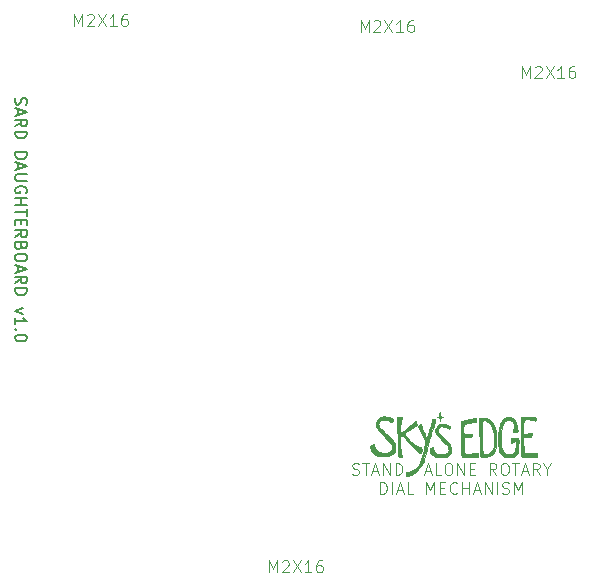
<source format=gbr>
G04 #@! TF.GenerationSoftware,KiCad,Pcbnew,8.0.4+dfsg-1*
G04 #@! TF.CreationDate,2024-08-05T15:21:55-04:00*
G04 #@! TF.ProjectId,Daughterboard,44617567-6874-4657-9262-6f6172642e6b,rev?*
G04 #@! TF.SameCoordinates,Original*
G04 #@! TF.FileFunction,Legend,Top*
G04 #@! TF.FilePolarity,Positive*
%FSLAX46Y46*%
G04 Gerber Fmt 4.6, Leading zero omitted, Abs format (unit mm)*
G04 Created by KiCad (PCBNEW 8.0.4+dfsg-1) date 2024-08-05 15:21:55*
%MOMM*%
%LPD*%
G01*
G04 APERTURE LIST*
%ADD10C,0.120000*%
%ADD11C,0.150000*%
%ADD12C,0.010000*%
G04 APERTURE END LIST*
D10*
X152261905Y-135206379D02*
X152261905Y-134206379D01*
X152261905Y-134206379D02*
X152595238Y-134920664D01*
X152595238Y-134920664D02*
X152928571Y-134206379D01*
X152928571Y-134206379D02*
X152928571Y-135206379D01*
X153357143Y-134301617D02*
X153404762Y-134253998D01*
X153404762Y-134253998D02*
X153500000Y-134206379D01*
X153500000Y-134206379D02*
X153738095Y-134206379D01*
X153738095Y-134206379D02*
X153833333Y-134253998D01*
X153833333Y-134253998D02*
X153880952Y-134301617D01*
X153880952Y-134301617D02*
X153928571Y-134396855D01*
X153928571Y-134396855D02*
X153928571Y-134492093D01*
X153928571Y-134492093D02*
X153880952Y-134634950D01*
X153880952Y-134634950D02*
X153309524Y-135206379D01*
X153309524Y-135206379D02*
X153928571Y-135206379D01*
X154261905Y-134206379D02*
X154928571Y-135206379D01*
X154928571Y-134206379D02*
X154261905Y-135206379D01*
X155833333Y-135206379D02*
X155261905Y-135206379D01*
X155547619Y-135206379D02*
X155547619Y-134206379D01*
X155547619Y-134206379D02*
X155452381Y-134349236D01*
X155452381Y-134349236D02*
X155357143Y-134444474D01*
X155357143Y-134444474D02*
X155261905Y-134492093D01*
X156690476Y-134206379D02*
X156500000Y-134206379D01*
X156500000Y-134206379D02*
X156404762Y-134253998D01*
X156404762Y-134253998D02*
X156357143Y-134301617D01*
X156357143Y-134301617D02*
X156261905Y-134444474D01*
X156261905Y-134444474D02*
X156214286Y-134634950D01*
X156214286Y-134634950D02*
X156214286Y-135015902D01*
X156214286Y-135015902D02*
X156261905Y-135111140D01*
X156261905Y-135111140D02*
X156309524Y-135158760D01*
X156309524Y-135158760D02*
X156404762Y-135206379D01*
X156404762Y-135206379D02*
X156595238Y-135206379D01*
X156595238Y-135206379D02*
X156690476Y-135158760D01*
X156690476Y-135158760D02*
X156738095Y-135111140D01*
X156738095Y-135111140D02*
X156785714Y-135015902D01*
X156785714Y-135015902D02*
X156785714Y-134777807D01*
X156785714Y-134777807D02*
X156738095Y-134682569D01*
X156738095Y-134682569D02*
X156690476Y-134634950D01*
X156690476Y-134634950D02*
X156595238Y-134587331D01*
X156595238Y-134587331D02*
X156404762Y-134587331D01*
X156404762Y-134587331D02*
X156309524Y-134634950D01*
X156309524Y-134634950D02*
X156261905Y-134682569D01*
X156261905Y-134682569D02*
X156214286Y-134777807D01*
X159292856Y-126903788D02*
X159435713Y-126951407D01*
X159435713Y-126951407D02*
X159673808Y-126951407D01*
X159673808Y-126951407D02*
X159769046Y-126903788D01*
X159769046Y-126903788D02*
X159816665Y-126856168D01*
X159816665Y-126856168D02*
X159864284Y-126760930D01*
X159864284Y-126760930D02*
X159864284Y-126665692D01*
X159864284Y-126665692D02*
X159816665Y-126570454D01*
X159816665Y-126570454D02*
X159769046Y-126522835D01*
X159769046Y-126522835D02*
X159673808Y-126475216D01*
X159673808Y-126475216D02*
X159483332Y-126427597D01*
X159483332Y-126427597D02*
X159388094Y-126379978D01*
X159388094Y-126379978D02*
X159340475Y-126332359D01*
X159340475Y-126332359D02*
X159292856Y-126237121D01*
X159292856Y-126237121D02*
X159292856Y-126141883D01*
X159292856Y-126141883D02*
X159340475Y-126046645D01*
X159340475Y-126046645D02*
X159388094Y-125999026D01*
X159388094Y-125999026D02*
X159483332Y-125951407D01*
X159483332Y-125951407D02*
X159721427Y-125951407D01*
X159721427Y-125951407D02*
X159864284Y-125999026D01*
X160149999Y-125951407D02*
X160721427Y-125951407D01*
X160435713Y-126951407D02*
X160435713Y-125951407D01*
X161007142Y-126665692D02*
X161483332Y-126665692D01*
X160911904Y-126951407D02*
X161245237Y-125951407D01*
X161245237Y-125951407D02*
X161578570Y-126951407D01*
X161911904Y-126951407D02*
X161911904Y-125951407D01*
X161911904Y-125951407D02*
X162483332Y-126951407D01*
X162483332Y-126951407D02*
X162483332Y-125951407D01*
X162959523Y-126951407D02*
X162959523Y-125951407D01*
X162959523Y-125951407D02*
X163197618Y-125951407D01*
X163197618Y-125951407D02*
X163340475Y-125999026D01*
X163340475Y-125999026D02*
X163435713Y-126094264D01*
X163435713Y-126094264D02*
X163483332Y-126189502D01*
X163483332Y-126189502D02*
X163530951Y-126379978D01*
X163530951Y-126379978D02*
X163530951Y-126522835D01*
X163530951Y-126522835D02*
X163483332Y-126713311D01*
X163483332Y-126713311D02*
X163435713Y-126808549D01*
X163435713Y-126808549D02*
X163340475Y-126903788D01*
X163340475Y-126903788D02*
X163197618Y-126951407D01*
X163197618Y-126951407D02*
X162959523Y-126951407D01*
X165435714Y-126665692D02*
X165911904Y-126665692D01*
X165340476Y-126951407D02*
X165673809Y-125951407D01*
X165673809Y-125951407D02*
X166007142Y-126951407D01*
X166816666Y-126951407D02*
X166340476Y-126951407D01*
X166340476Y-126951407D02*
X166340476Y-125951407D01*
X167340476Y-125951407D02*
X167530952Y-125951407D01*
X167530952Y-125951407D02*
X167626190Y-125999026D01*
X167626190Y-125999026D02*
X167721428Y-126094264D01*
X167721428Y-126094264D02*
X167769047Y-126284740D01*
X167769047Y-126284740D02*
X167769047Y-126618073D01*
X167769047Y-126618073D02*
X167721428Y-126808549D01*
X167721428Y-126808549D02*
X167626190Y-126903788D01*
X167626190Y-126903788D02*
X167530952Y-126951407D01*
X167530952Y-126951407D02*
X167340476Y-126951407D01*
X167340476Y-126951407D02*
X167245238Y-126903788D01*
X167245238Y-126903788D02*
X167150000Y-126808549D01*
X167150000Y-126808549D02*
X167102381Y-126618073D01*
X167102381Y-126618073D02*
X167102381Y-126284740D01*
X167102381Y-126284740D02*
X167150000Y-126094264D01*
X167150000Y-126094264D02*
X167245238Y-125999026D01*
X167245238Y-125999026D02*
X167340476Y-125951407D01*
X168197619Y-126951407D02*
X168197619Y-125951407D01*
X168197619Y-125951407D02*
X168769047Y-126951407D01*
X168769047Y-126951407D02*
X168769047Y-125951407D01*
X169245238Y-126427597D02*
X169578571Y-126427597D01*
X169721428Y-126951407D02*
X169245238Y-126951407D01*
X169245238Y-126951407D02*
X169245238Y-125951407D01*
X169245238Y-125951407D02*
X169721428Y-125951407D01*
X171483333Y-126951407D02*
X171150000Y-126475216D01*
X170911905Y-126951407D02*
X170911905Y-125951407D01*
X170911905Y-125951407D02*
X171292857Y-125951407D01*
X171292857Y-125951407D02*
X171388095Y-125999026D01*
X171388095Y-125999026D02*
X171435714Y-126046645D01*
X171435714Y-126046645D02*
X171483333Y-126141883D01*
X171483333Y-126141883D02*
X171483333Y-126284740D01*
X171483333Y-126284740D02*
X171435714Y-126379978D01*
X171435714Y-126379978D02*
X171388095Y-126427597D01*
X171388095Y-126427597D02*
X171292857Y-126475216D01*
X171292857Y-126475216D02*
X170911905Y-126475216D01*
X172102381Y-125951407D02*
X172292857Y-125951407D01*
X172292857Y-125951407D02*
X172388095Y-125999026D01*
X172388095Y-125999026D02*
X172483333Y-126094264D01*
X172483333Y-126094264D02*
X172530952Y-126284740D01*
X172530952Y-126284740D02*
X172530952Y-126618073D01*
X172530952Y-126618073D02*
X172483333Y-126808549D01*
X172483333Y-126808549D02*
X172388095Y-126903788D01*
X172388095Y-126903788D02*
X172292857Y-126951407D01*
X172292857Y-126951407D02*
X172102381Y-126951407D01*
X172102381Y-126951407D02*
X172007143Y-126903788D01*
X172007143Y-126903788D02*
X171911905Y-126808549D01*
X171911905Y-126808549D02*
X171864286Y-126618073D01*
X171864286Y-126618073D02*
X171864286Y-126284740D01*
X171864286Y-126284740D02*
X171911905Y-126094264D01*
X171911905Y-126094264D02*
X172007143Y-125999026D01*
X172007143Y-125999026D02*
X172102381Y-125951407D01*
X172816667Y-125951407D02*
X173388095Y-125951407D01*
X173102381Y-126951407D02*
X173102381Y-125951407D01*
X173673810Y-126665692D02*
X174150000Y-126665692D01*
X173578572Y-126951407D02*
X173911905Y-125951407D01*
X173911905Y-125951407D02*
X174245238Y-126951407D01*
X175150000Y-126951407D02*
X174816667Y-126475216D01*
X174578572Y-126951407D02*
X174578572Y-125951407D01*
X174578572Y-125951407D02*
X174959524Y-125951407D01*
X174959524Y-125951407D02*
X175054762Y-125999026D01*
X175054762Y-125999026D02*
X175102381Y-126046645D01*
X175102381Y-126046645D02*
X175150000Y-126141883D01*
X175150000Y-126141883D02*
X175150000Y-126284740D01*
X175150000Y-126284740D02*
X175102381Y-126379978D01*
X175102381Y-126379978D02*
X175054762Y-126427597D01*
X175054762Y-126427597D02*
X174959524Y-126475216D01*
X174959524Y-126475216D02*
X174578572Y-126475216D01*
X175769048Y-126475216D02*
X175769048Y-126951407D01*
X175435715Y-125951407D02*
X175769048Y-126475216D01*
X175769048Y-126475216D02*
X176102381Y-125951407D01*
X161650000Y-128561351D02*
X161650000Y-127561351D01*
X161650000Y-127561351D02*
X161888095Y-127561351D01*
X161888095Y-127561351D02*
X162030952Y-127608970D01*
X162030952Y-127608970D02*
X162126190Y-127704208D01*
X162126190Y-127704208D02*
X162173809Y-127799446D01*
X162173809Y-127799446D02*
X162221428Y-127989922D01*
X162221428Y-127989922D02*
X162221428Y-128132779D01*
X162221428Y-128132779D02*
X162173809Y-128323255D01*
X162173809Y-128323255D02*
X162126190Y-128418493D01*
X162126190Y-128418493D02*
X162030952Y-128513732D01*
X162030952Y-128513732D02*
X161888095Y-128561351D01*
X161888095Y-128561351D02*
X161650000Y-128561351D01*
X162650000Y-128561351D02*
X162650000Y-127561351D01*
X163078571Y-128275636D02*
X163554761Y-128275636D01*
X162983333Y-128561351D02*
X163316666Y-127561351D01*
X163316666Y-127561351D02*
X163649999Y-128561351D01*
X164459523Y-128561351D02*
X163983333Y-128561351D01*
X163983333Y-128561351D02*
X163983333Y-127561351D01*
X165554762Y-128561351D02*
X165554762Y-127561351D01*
X165554762Y-127561351D02*
X165888095Y-128275636D01*
X165888095Y-128275636D02*
X166221428Y-127561351D01*
X166221428Y-127561351D02*
X166221428Y-128561351D01*
X166697619Y-128037541D02*
X167030952Y-128037541D01*
X167173809Y-128561351D02*
X166697619Y-128561351D01*
X166697619Y-128561351D02*
X166697619Y-127561351D01*
X166697619Y-127561351D02*
X167173809Y-127561351D01*
X168173809Y-128466112D02*
X168126190Y-128513732D01*
X168126190Y-128513732D02*
X167983333Y-128561351D01*
X167983333Y-128561351D02*
X167888095Y-128561351D01*
X167888095Y-128561351D02*
X167745238Y-128513732D01*
X167745238Y-128513732D02*
X167650000Y-128418493D01*
X167650000Y-128418493D02*
X167602381Y-128323255D01*
X167602381Y-128323255D02*
X167554762Y-128132779D01*
X167554762Y-128132779D02*
X167554762Y-127989922D01*
X167554762Y-127989922D02*
X167602381Y-127799446D01*
X167602381Y-127799446D02*
X167650000Y-127704208D01*
X167650000Y-127704208D02*
X167745238Y-127608970D01*
X167745238Y-127608970D02*
X167888095Y-127561351D01*
X167888095Y-127561351D02*
X167983333Y-127561351D01*
X167983333Y-127561351D02*
X168126190Y-127608970D01*
X168126190Y-127608970D02*
X168173809Y-127656589D01*
X168602381Y-128561351D02*
X168602381Y-127561351D01*
X168602381Y-128037541D02*
X169173809Y-128037541D01*
X169173809Y-128561351D02*
X169173809Y-127561351D01*
X169602381Y-128275636D02*
X170078571Y-128275636D01*
X169507143Y-128561351D02*
X169840476Y-127561351D01*
X169840476Y-127561351D02*
X170173809Y-128561351D01*
X170507143Y-128561351D02*
X170507143Y-127561351D01*
X170507143Y-127561351D02*
X171078571Y-128561351D01*
X171078571Y-128561351D02*
X171078571Y-127561351D01*
X171554762Y-128561351D02*
X171554762Y-127561351D01*
X171983333Y-128513732D02*
X172126190Y-128561351D01*
X172126190Y-128561351D02*
X172364285Y-128561351D01*
X172364285Y-128561351D02*
X172459523Y-128513732D01*
X172459523Y-128513732D02*
X172507142Y-128466112D01*
X172507142Y-128466112D02*
X172554761Y-128370874D01*
X172554761Y-128370874D02*
X172554761Y-128275636D01*
X172554761Y-128275636D02*
X172507142Y-128180398D01*
X172507142Y-128180398D02*
X172459523Y-128132779D01*
X172459523Y-128132779D02*
X172364285Y-128085160D01*
X172364285Y-128085160D02*
X172173809Y-128037541D01*
X172173809Y-128037541D02*
X172078571Y-127989922D01*
X172078571Y-127989922D02*
X172030952Y-127942303D01*
X172030952Y-127942303D02*
X171983333Y-127847065D01*
X171983333Y-127847065D02*
X171983333Y-127751827D01*
X171983333Y-127751827D02*
X172030952Y-127656589D01*
X172030952Y-127656589D02*
X172078571Y-127608970D01*
X172078571Y-127608970D02*
X172173809Y-127561351D01*
X172173809Y-127561351D02*
X172411904Y-127561351D01*
X172411904Y-127561351D02*
X172554761Y-127608970D01*
X172983333Y-128561351D02*
X172983333Y-127561351D01*
X172983333Y-127561351D02*
X173316666Y-128275636D01*
X173316666Y-128275636D02*
X173649999Y-127561351D01*
X173649999Y-127561351D02*
X173649999Y-128561351D01*
D11*
X130777800Y-95029160D02*
X130730180Y-95172017D01*
X130730180Y-95172017D02*
X130730180Y-95410112D01*
X130730180Y-95410112D02*
X130777800Y-95505350D01*
X130777800Y-95505350D02*
X130825419Y-95552969D01*
X130825419Y-95552969D02*
X130920657Y-95600588D01*
X130920657Y-95600588D02*
X131015895Y-95600588D01*
X131015895Y-95600588D02*
X131111133Y-95552969D01*
X131111133Y-95552969D02*
X131158752Y-95505350D01*
X131158752Y-95505350D02*
X131206371Y-95410112D01*
X131206371Y-95410112D02*
X131253990Y-95219636D01*
X131253990Y-95219636D02*
X131301609Y-95124398D01*
X131301609Y-95124398D02*
X131349228Y-95076779D01*
X131349228Y-95076779D02*
X131444466Y-95029160D01*
X131444466Y-95029160D02*
X131539704Y-95029160D01*
X131539704Y-95029160D02*
X131634942Y-95076779D01*
X131634942Y-95076779D02*
X131682561Y-95124398D01*
X131682561Y-95124398D02*
X131730180Y-95219636D01*
X131730180Y-95219636D02*
X131730180Y-95457731D01*
X131730180Y-95457731D02*
X131682561Y-95600588D01*
X131015895Y-95981541D02*
X131015895Y-96457731D01*
X130730180Y-95886303D02*
X131730180Y-96219636D01*
X131730180Y-96219636D02*
X130730180Y-96552969D01*
X130730180Y-97457731D02*
X131206371Y-97124398D01*
X130730180Y-96886303D02*
X131730180Y-96886303D01*
X131730180Y-96886303D02*
X131730180Y-97267255D01*
X131730180Y-97267255D02*
X131682561Y-97362493D01*
X131682561Y-97362493D02*
X131634942Y-97410112D01*
X131634942Y-97410112D02*
X131539704Y-97457731D01*
X131539704Y-97457731D02*
X131396847Y-97457731D01*
X131396847Y-97457731D02*
X131301609Y-97410112D01*
X131301609Y-97410112D02*
X131253990Y-97362493D01*
X131253990Y-97362493D02*
X131206371Y-97267255D01*
X131206371Y-97267255D02*
X131206371Y-96886303D01*
X130730180Y-97886303D02*
X131730180Y-97886303D01*
X131730180Y-97886303D02*
X131730180Y-98124398D01*
X131730180Y-98124398D02*
X131682561Y-98267255D01*
X131682561Y-98267255D02*
X131587323Y-98362493D01*
X131587323Y-98362493D02*
X131492085Y-98410112D01*
X131492085Y-98410112D02*
X131301609Y-98457731D01*
X131301609Y-98457731D02*
X131158752Y-98457731D01*
X131158752Y-98457731D02*
X130968276Y-98410112D01*
X130968276Y-98410112D02*
X130873038Y-98362493D01*
X130873038Y-98362493D02*
X130777800Y-98267255D01*
X130777800Y-98267255D02*
X130730180Y-98124398D01*
X130730180Y-98124398D02*
X130730180Y-97886303D01*
X130730180Y-99648208D02*
X131730180Y-99648208D01*
X131730180Y-99648208D02*
X131730180Y-99886303D01*
X131730180Y-99886303D02*
X131682561Y-100029160D01*
X131682561Y-100029160D02*
X131587323Y-100124398D01*
X131587323Y-100124398D02*
X131492085Y-100172017D01*
X131492085Y-100172017D02*
X131301609Y-100219636D01*
X131301609Y-100219636D02*
X131158752Y-100219636D01*
X131158752Y-100219636D02*
X130968276Y-100172017D01*
X130968276Y-100172017D02*
X130873038Y-100124398D01*
X130873038Y-100124398D02*
X130777800Y-100029160D01*
X130777800Y-100029160D02*
X130730180Y-99886303D01*
X130730180Y-99886303D02*
X130730180Y-99648208D01*
X131015895Y-100600589D02*
X131015895Y-101076779D01*
X130730180Y-100505351D02*
X131730180Y-100838684D01*
X131730180Y-100838684D02*
X130730180Y-101172017D01*
X131730180Y-101505351D02*
X130920657Y-101505351D01*
X130920657Y-101505351D02*
X130825419Y-101552970D01*
X130825419Y-101552970D02*
X130777800Y-101600589D01*
X130777800Y-101600589D02*
X130730180Y-101695827D01*
X130730180Y-101695827D02*
X130730180Y-101886303D01*
X130730180Y-101886303D02*
X130777800Y-101981541D01*
X130777800Y-101981541D02*
X130825419Y-102029160D01*
X130825419Y-102029160D02*
X130920657Y-102076779D01*
X130920657Y-102076779D02*
X131730180Y-102076779D01*
X131682561Y-103076779D02*
X131730180Y-102981541D01*
X131730180Y-102981541D02*
X131730180Y-102838684D01*
X131730180Y-102838684D02*
X131682561Y-102695827D01*
X131682561Y-102695827D02*
X131587323Y-102600589D01*
X131587323Y-102600589D02*
X131492085Y-102552970D01*
X131492085Y-102552970D02*
X131301609Y-102505351D01*
X131301609Y-102505351D02*
X131158752Y-102505351D01*
X131158752Y-102505351D02*
X130968276Y-102552970D01*
X130968276Y-102552970D02*
X130873038Y-102600589D01*
X130873038Y-102600589D02*
X130777800Y-102695827D01*
X130777800Y-102695827D02*
X130730180Y-102838684D01*
X130730180Y-102838684D02*
X130730180Y-102933922D01*
X130730180Y-102933922D02*
X130777800Y-103076779D01*
X130777800Y-103076779D02*
X130825419Y-103124398D01*
X130825419Y-103124398D02*
X131158752Y-103124398D01*
X131158752Y-103124398D02*
X131158752Y-102933922D01*
X130730180Y-103552970D02*
X131730180Y-103552970D01*
X131253990Y-103552970D02*
X131253990Y-104124398D01*
X130730180Y-104124398D02*
X131730180Y-104124398D01*
X131730180Y-104457732D02*
X131730180Y-105029160D01*
X130730180Y-104743446D02*
X131730180Y-104743446D01*
X131253990Y-105362494D02*
X131253990Y-105695827D01*
X130730180Y-105838684D02*
X130730180Y-105362494D01*
X130730180Y-105362494D02*
X131730180Y-105362494D01*
X131730180Y-105362494D02*
X131730180Y-105838684D01*
X130730180Y-106838684D02*
X131206371Y-106505351D01*
X130730180Y-106267256D02*
X131730180Y-106267256D01*
X131730180Y-106267256D02*
X131730180Y-106648208D01*
X131730180Y-106648208D02*
X131682561Y-106743446D01*
X131682561Y-106743446D02*
X131634942Y-106791065D01*
X131634942Y-106791065D02*
X131539704Y-106838684D01*
X131539704Y-106838684D02*
X131396847Y-106838684D01*
X131396847Y-106838684D02*
X131301609Y-106791065D01*
X131301609Y-106791065D02*
X131253990Y-106743446D01*
X131253990Y-106743446D02*
X131206371Y-106648208D01*
X131206371Y-106648208D02*
X131206371Y-106267256D01*
X131253990Y-107600589D02*
X131206371Y-107743446D01*
X131206371Y-107743446D02*
X131158752Y-107791065D01*
X131158752Y-107791065D02*
X131063514Y-107838684D01*
X131063514Y-107838684D02*
X130920657Y-107838684D01*
X130920657Y-107838684D02*
X130825419Y-107791065D01*
X130825419Y-107791065D02*
X130777800Y-107743446D01*
X130777800Y-107743446D02*
X130730180Y-107648208D01*
X130730180Y-107648208D02*
X130730180Y-107267256D01*
X130730180Y-107267256D02*
X131730180Y-107267256D01*
X131730180Y-107267256D02*
X131730180Y-107600589D01*
X131730180Y-107600589D02*
X131682561Y-107695827D01*
X131682561Y-107695827D02*
X131634942Y-107743446D01*
X131634942Y-107743446D02*
X131539704Y-107791065D01*
X131539704Y-107791065D02*
X131444466Y-107791065D01*
X131444466Y-107791065D02*
X131349228Y-107743446D01*
X131349228Y-107743446D02*
X131301609Y-107695827D01*
X131301609Y-107695827D02*
X131253990Y-107600589D01*
X131253990Y-107600589D02*
X131253990Y-107267256D01*
X131730180Y-108457732D02*
X131730180Y-108648208D01*
X131730180Y-108648208D02*
X131682561Y-108743446D01*
X131682561Y-108743446D02*
X131587323Y-108838684D01*
X131587323Y-108838684D02*
X131396847Y-108886303D01*
X131396847Y-108886303D02*
X131063514Y-108886303D01*
X131063514Y-108886303D02*
X130873038Y-108838684D01*
X130873038Y-108838684D02*
X130777800Y-108743446D01*
X130777800Y-108743446D02*
X130730180Y-108648208D01*
X130730180Y-108648208D02*
X130730180Y-108457732D01*
X130730180Y-108457732D02*
X130777800Y-108362494D01*
X130777800Y-108362494D02*
X130873038Y-108267256D01*
X130873038Y-108267256D02*
X131063514Y-108219637D01*
X131063514Y-108219637D02*
X131396847Y-108219637D01*
X131396847Y-108219637D02*
X131587323Y-108267256D01*
X131587323Y-108267256D02*
X131682561Y-108362494D01*
X131682561Y-108362494D02*
X131730180Y-108457732D01*
X131015895Y-109267256D02*
X131015895Y-109743446D01*
X130730180Y-109172018D02*
X131730180Y-109505351D01*
X131730180Y-109505351D02*
X130730180Y-109838684D01*
X130730180Y-110743446D02*
X131206371Y-110410113D01*
X130730180Y-110172018D02*
X131730180Y-110172018D01*
X131730180Y-110172018D02*
X131730180Y-110552970D01*
X131730180Y-110552970D02*
X131682561Y-110648208D01*
X131682561Y-110648208D02*
X131634942Y-110695827D01*
X131634942Y-110695827D02*
X131539704Y-110743446D01*
X131539704Y-110743446D02*
X131396847Y-110743446D01*
X131396847Y-110743446D02*
X131301609Y-110695827D01*
X131301609Y-110695827D02*
X131253990Y-110648208D01*
X131253990Y-110648208D02*
X131206371Y-110552970D01*
X131206371Y-110552970D02*
X131206371Y-110172018D01*
X130730180Y-111172018D02*
X131730180Y-111172018D01*
X131730180Y-111172018D02*
X131730180Y-111410113D01*
X131730180Y-111410113D02*
X131682561Y-111552970D01*
X131682561Y-111552970D02*
X131587323Y-111648208D01*
X131587323Y-111648208D02*
X131492085Y-111695827D01*
X131492085Y-111695827D02*
X131301609Y-111743446D01*
X131301609Y-111743446D02*
X131158752Y-111743446D01*
X131158752Y-111743446D02*
X130968276Y-111695827D01*
X130968276Y-111695827D02*
X130873038Y-111648208D01*
X130873038Y-111648208D02*
X130777800Y-111552970D01*
X130777800Y-111552970D02*
X130730180Y-111410113D01*
X130730180Y-111410113D02*
X130730180Y-111172018D01*
X131396847Y-112838685D02*
X130730180Y-113076780D01*
X130730180Y-113076780D02*
X131396847Y-113314875D01*
X130730180Y-114219637D02*
X130730180Y-113648209D01*
X130730180Y-113933923D02*
X131730180Y-113933923D01*
X131730180Y-113933923D02*
X131587323Y-113838685D01*
X131587323Y-113838685D02*
X131492085Y-113743447D01*
X131492085Y-113743447D02*
X131444466Y-113648209D01*
X130825419Y-114648209D02*
X130777800Y-114695828D01*
X130777800Y-114695828D02*
X130730180Y-114648209D01*
X130730180Y-114648209D02*
X130777800Y-114600590D01*
X130777800Y-114600590D02*
X130825419Y-114648209D01*
X130825419Y-114648209D02*
X130730180Y-114648209D01*
X131730180Y-115314875D02*
X131730180Y-115410113D01*
X131730180Y-115410113D02*
X131682561Y-115505351D01*
X131682561Y-115505351D02*
X131634942Y-115552970D01*
X131634942Y-115552970D02*
X131539704Y-115600589D01*
X131539704Y-115600589D02*
X131349228Y-115648208D01*
X131349228Y-115648208D02*
X131111133Y-115648208D01*
X131111133Y-115648208D02*
X130920657Y-115600589D01*
X130920657Y-115600589D02*
X130825419Y-115552970D01*
X130825419Y-115552970D02*
X130777800Y-115505351D01*
X130777800Y-115505351D02*
X130730180Y-115410113D01*
X130730180Y-115410113D02*
X130730180Y-115314875D01*
X130730180Y-115314875D02*
X130777800Y-115219637D01*
X130777800Y-115219637D02*
X130825419Y-115172018D01*
X130825419Y-115172018D02*
X130920657Y-115124399D01*
X130920657Y-115124399D02*
X131111133Y-115076780D01*
X131111133Y-115076780D02*
X131349228Y-115076780D01*
X131349228Y-115076780D02*
X131539704Y-115124399D01*
X131539704Y-115124399D02*
X131634942Y-115172018D01*
X131634942Y-115172018D02*
X131682561Y-115219637D01*
X131682561Y-115219637D02*
X131730180Y-115314875D01*
D10*
X135761905Y-88956379D02*
X135761905Y-87956379D01*
X135761905Y-87956379D02*
X136095238Y-88670664D01*
X136095238Y-88670664D02*
X136428571Y-87956379D01*
X136428571Y-87956379D02*
X136428571Y-88956379D01*
X136857143Y-88051617D02*
X136904762Y-88003998D01*
X136904762Y-88003998D02*
X137000000Y-87956379D01*
X137000000Y-87956379D02*
X137238095Y-87956379D01*
X137238095Y-87956379D02*
X137333333Y-88003998D01*
X137333333Y-88003998D02*
X137380952Y-88051617D01*
X137380952Y-88051617D02*
X137428571Y-88146855D01*
X137428571Y-88146855D02*
X137428571Y-88242093D01*
X137428571Y-88242093D02*
X137380952Y-88384950D01*
X137380952Y-88384950D02*
X136809524Y-88956379D01*
X136809524Y-88956379D02*
X137428571Y-88956379D01*
X137761905Y-87956379D02*
X138428571Y-88956379D01*
X138428571Y-87956379D02*
X137761905Y-88956379D01*
X139333333Y-88956379D02*
X138761905Y-88956379D01*
X139047619Y-88956379D02*
X139047619Y-87956379D01*
X139047619Y-87956379D02*
X138952381Y-88099236D01*
X138952381Y-88099236D02*
X138857143Y-88194474D01*
X138857143Y-88194474D02*
X138761905Y-88242093D01*
X140190476Y-87956379D02*
X140000000Y-87956379D01*
X140000000Y-87956379D02*
X139904762Y-88003998D01*
X139904762Y-88003998D02*
X139857143Y-88051617D01*
X139857143Y-88051617D02*
X139761905Y-88194474D01*
X139761905Y-88194474D02*
X139714286Y-88384950D01*
X139714286Y-88384950D02*
X139714286Y-88765902D01*
X139714286Y-88765902D02*
X139761905Y-88861140D01*
X139761905Y-88861140D02*
X139809524Y-88908760D01*
X139809524Y-88908760D02*
X139904762Y-88956379D01*
X139904762Y-88956379D02*
X140095238Y-88956379D01*
X140095238Y-88956379D02*
X140190476Y-88908760D01*
X140190476Y-88908760D02*
X140238095Y-88861140D01*
X140238095Y-88861140D02*
X140285714Y-88765902D01*
X140285714Y-88765902D02*
X140285714Y-88527807D01*
X140285714Y-88527807D02*
X140238095Y-88432569D01*
X140238095Y-88432569D02*
X140190476Y-88384950D01*
X140190476Y-88384950D02*
X140095238Y-88337331D01*
X140095238Y-88337331D02*
X139904762Y-88337331D01*
X139904762Y-88337331D02*
X139809524Y-88384950D01*
X139809524Y-88384950D02*
X139761905Y-88432569D01*
X139761905Y-88432569D02*
X139714286Y-88527807D01*
X173661905Y-93356379D02*
X173661905Y-92356379D01*
X173661905Y-92356379D02*
X173995238Y-93070664D01*
X173995238Y-93070664D02*
X174328571Y-92356379D01*
X174328571Y-92356379D02*
X174328571Y-93356379D01*
X174757143Y-92451617D02*
X174804762Y-92403998D01*
X174804762Y-92403998D02*
X174900000Y-92356379D01*
X174900000Y-92356379D02*
X175138095Y-92356379D01*
X175138095Y-92356379D02*
X175233333Y-92403998D01*
X175233333Y-92403998D02*
X175280952Y-92451617D01*
X175280952Y-92451617D02*
X175328571Y-92546855D01*
X175328571Y-92546855D02*
X175328571Y-92642093D01*
X175328571Y-92642093D02*
X175280952Y-92784950D01*
X175280952Y-92784950D02*
X174709524Y-93356379D01*
X174709524Y-93356379D02*
X175328571Y-93356379D01*
X175661905Y-92356379D02*
X176328571Y-93356379D01*
X176328571Y-92356379D02*
X175661905Y-93356379D01*
X177233333Y-93356379D02*
X176661905Y-93356379D01*
X176947619Y-93356379D02*
X176947619Y-92356379D01*
X176947619Y-92356379D02*
X176852381Y-92499236D01*
X176852381Y-92499236D02*
X176757143Y-92594474D01*
X176757143Y-92594474D02*
X176661905Y-92642093D01*
X178090476Y-92356379D02*
X177900000Y-92356379D01*
X177900000Y-92356379D02*
X177804762Y-92403998D01*
X177804762Y-92403998D02*
X177757143Y-92451617D01*
X177757143Y-92451617D02*
X177661905Y-92594474D01*
X177661905Y-92594474D02*
X177614286Y-92784950D01*
X177614286Y-92784950D02*
X177614286Y-93165902D01*
X177614286Y-93165902D02*
X177661905Y-93261140D01*
X177661905Y-93261140D02*
X177709524Y-93308760D01*
X177709524Y-93308760D02*
X177804762Y-93356379D01*
X177804762Y-93356379D02*
X177995238Y-93356379D01*
X177995238Y-93356379D02*
X178090476Y-93308760D01*
X178090476Y-93308760D02*
X178138095Y-93261140D01*
X178138095Y-93261140D02*
X178185714Y-93165902D01*
X178185714Y-93165902D02*
X178185714Y-92927807D01*
X178185714Y-92927807D02*
X178138095Y-92832569D01*
X178138095Y-92832569D02*
X178090476Y-92784950D01*
X178090476Y-92784950D02*
X177995238Y-92737331D01*
X177995238Y-92737331D02*
X177804762Y-92737331D01*
X177804762Y-92737331D02*
X177709524Y-92784950D01*
X177709524Y-92784950D02*
X177661905Y-92832569D01*
X177661905Y-92832569D02*
X177614286Y-92927807D01*
X160011905Y-89456379D02*
X160011905Y-88456379D01*
X160011905Y-88456379D02*
X160345238Y-89170664D01*
X160345238Y-89170664D02*
X160678571Y-88456379D01*
X160678571Y-88456379D02*
X160678571Y-89456379D01*
X161107143Y-88551617D02*
X161154762Y-88503998D01*
X161154762Y-88503998D02*
X161250000Y-88456379D01*
X161250000Y-88456379D02*
X161488095Y-88456379D01*
X161488095Y-88456379D02*
X161583333Y-88503998D01*
X161583333Y-88503998D02*
X161630952Y-88551617D01*
X161630952Y-88551617D02*
X161678571Y-88646855D01*
X161678571Y-88646855D02*
X161678571Y-88742093D01*
X161678571Y-88742093D02*
X161630952Y-88884950D01*
X161630952Y-88884950D02*
X161059524Y-89456379D01*
X161059524Y-89456379D02*
X161678571Y-89456379D01*
X162011905Y-88456379D02*
X162678571Y-89456379D01*
X162678571Y-88456379D02*
X162011905Y-89456379D01*
X163583333Y-89456379D02*
X163011905Y-89456379D01*
X163297619Y-89456379D02*
X163297619Y-88456379D01*
X163297619Y-88456379D02*
X163202381Y-88599236D01*
X163202381Y-88599236D02*
X163107143Y-88694474D01*
X163107143Y-88694474D02*
X163011905Y-88742093D01*
X164440476Y-88456379D02*
X164250000Y-88456379D01*
X164250000Y-88456379D02*
X164154762Y-88503998D01*
X164154762Y-88503998D02*
X164107143Y-88551617D01*
X164107143Y-88551617D02*
X164011905Y-88694474D01*
X164011905Y-88694474D02*
X163964286Y-88884950D01*
X163964286Y-88884950D02*
X163964286Y-89265902D01*
X163964286Y-89265902D02*
X164011905Y-89361140D01*
X164011905Y-89361140D02*
X164059524Y-89408760D01*
X164059524Y-89408760D02*
X164154762Y-89456379D01*
X164154762Y-89456379D02*
X164345238Y-89456379D01*
X164345238Y-89456379D02*
X164440476Y-89408760D01*
X164440476Y-89408760D02*
X164488095Y-89361140D01*
X164488095Y-89361140D02*
X164535714Y-89265902D01*
X164535714Y-89265902D02*
X164535714Y-89027807D01*
X164535714Y-89027807D02*
X164488095Y-88932569D01*
X164488095Y-88932569D02*
X164440476Y-88884950D01*
X164440476Y-88884950D02*
X164345238Y-88837331D01*
X164345238Y-88837331D02*
X164154762Y-88837331D01*
X164154762Y-88837331D02*
X164059524Y-88884950D01*
X164059524Y-88884950D02*
X164011905Y-88932569D01*
X164011905Y-88932569D02*
X163964286Y-89027807D01*
D12*
X166718317Y-121818799D02*
X166738430Y-121927288D01*
X166768150Y-121991142D01*
X166815255Y-122020914D01*
X166872015Y-122027294D01*
X166924373Y-122036742D01*
X166930476Y-122057145D01*
X166895018Y-122078169D01*
X166844406Y-122088088D01*
X166793799Y-122095822D01*
X166765138Y-122115844D01*
X166749608Y-122162046D01*
X166738393Y-122248320D01*
X166737506Y-122256556D01*
X166724206Y-122351927D01*
X166709740Y-122414040D01*
X166696768Y-122437228D01*
X166687947Y-122415824D01*
X166685656Y-122367074D01*
X166677752Y-122235719D01*
X166652013Y-122150272D01*
X166605403Y-122103445D01*
X166570908Y-122091735D01*
X166505625Y-122071465D01*
X166476669Y-122048692D01*
X166489808Y-122031562D01*
X166525277Y-122027294D01*
X166589615Y-122019049D01*
X166630784Y-121988021D01*
X166656728Y-121923204D01*
X166674464Y-121820652D01*
X166696485Y-121655000D01*
X166718317Y-121818799D01*
G36*
X166718317Y-121818799D02*
G01*
X166738430Y-121927288D01*
X166768150Y-121991142D01*
X166815255Y-122020914D01*
X166872015Y-122027294D01*
X166924373Y-122036742D01*
X166930476Y-122057145D01*
X166895018Y-122078169D01*
X166844406Y-122088088D01*
X166793799Y-122095822D01*
X166765138Y-122115844D01*
X166749608Y-122162046D01*
X166738393Y-122248320D01*
X166737506Y-122256556D01*
X166724206Y-122351927D01*
X166709740Y-122414040D01*
X166696768Y-122437228D01*
X166687947Y-122415824D01*
X166685656Y-122367074D01*
X166677752Y-122235719D01*
X166652013Y-122150272D01*
X166605403Y-122103445D01*
X166570908Y-122091735D01*
X166505625Y-122071465D01*
X166476669Y-122048692D01*
X166489808Y-122031562D01*
X166525277Y-122027294D01*
X166589615Y-122019049D01*
X166630784Y-121988021D01*
X166656728Y-121923204D01*
X166674464Y-121820652D01*
X166696485Y-121655000D01*
X166718317Y-121818799D01*
G37*
X167124386Y-122643785D02*
X167310480Y-122695269D01*
X167327558Y-122701453D01*
X167541525Y-122780548D01*
X167541525Y-122899460D01*
X167536051Y-122975981D01*
X167522309Y-123026381D01*
X167515815Y-123034261D01*
X167479460Y-123029699D01*
X167417710Y-122999663D01*
X167387789Y-122980718D01*
X167248868Y-122909337D01*
X167090548Y-122864396D01*
X166929571Y-122847985D01*
X166782680Y-122862193D01*
X166692379Y-122893914D01*
X166597025Y-122971752D01*
X166538881Y-123079082D01*
X166521647Y-123201515D01*
X166549022Y-123324657D01*
X166570816Y-123366895D01*
X166600496Y-123411606D01*
X166638816Y-123460364D01*
X166691120Y-123518622D01*
X166762753Y-123591835D01*
X166859059Y-123685454D01*
X166985382Y-123804935D01*
X167147066Y-123955730D01*
X167155783Y-123963827D01*
X167321102Y-124122234D01*
X167447253Y-124256288D01*
X167539569Y-124374326D01*
X167603386Y-124484684D01*
X167644036Y-124595697D01*
X167666854Y-124715701D01*
X167672441Y-124771255D01*
X167664059Y-124961181D01*
X167609096Y-125126306D01*
X167511139Y-125261589D01*
X167373777Y-125361991D01*
X167210221Y-125420437D01*
X167086536Y-125440137D01*
X166930790Y-125454502D01*
X166762270Y-125462773D01*
X166600262Y-125464185D01*
X166464054Y-125457979D01*
X166412659Y-125451939D01*
X166244181Y-125399025D01*
X166099509Y-125300294D01*
X165984257Y-125162062D01*
X165904038Y-124990646D01*
X165869825Y-124841107D01*
X165861792Y-124762038D01*
X165872038Y-124715916D01*
X165909746Y-124681225D01*
X165948112Y-124657690D01*
X166046276Y-124602417D01*
X166107519Y-124580473D01*
X166141504Y-124595542D01*
X166157893Y-124651309D01*
X166165668Y-124740623D01*
X166193771Y-124902912D01*
X166256891Y-125028239D01*
X166357906Y-125118740D01*
X166499698Y-125176552D01*
X166685149Y-125203812D01*
X166793931Y-125206659D01*
X167000288Y-125193740D01*
X167172158Y-125158297D01*
X167303465Y-125102140D01*
X167385793Y-125030318D01*
X167426913Y-124935001D01*
X167439385Y-124813261D01*
X167423038Y-124685982D01*
X167389347Y-124594687D01*
X167355942Y-124547443D01*
X167290013Y-124468458D01*
X167198089Y-124365026D01*
X167086700Y-124244444D01*
X166962377Y-124114004D01*
X166920693Y-124071132D01*
X166727321Y-123868462D01*
X166574053Y-123695825D01*
X166458230Y-123548325D01*
X166377192Y-123421063D01*
X166328278Y-123309143D01*
X166308830Y-123207667D01*
X166316187Y-123111737D01*
X166347689Y-123016458D01*
X166347770Y-123016275D01*
X166434962Y-122873614D01*
X166556371Y-122746878D01*
X166667879Y-122669744D01*
X166790900Y-122630437D01*
X166947131Y-122621980D01*
X167124386Y-122643785D01*
G36*
X167124386Y-122643785D02*
G01*
X167310480Y-122695269D01*
X167327558Y-122701453D01*
X167541525Y-122780548D01*
X167541525Y-122899460D01*
X167536051Y-122975981D01*
X167522309Y-123026381D01*
X167515815Y-123034261D01*
X167479460Y-123029699D01*
X167417710Y-122999663D01*
X167387789Y-122980718D01*
X167248868Y-122909337D01*
X167090548Y-122864396D01*
X166929571Y-122847985D01*
X166782680Y-122862193D01*
X166692379Y-122893914D01*
X166597025Y-122971752D01*
X166538881Y-123079082D01*
X166521647Y-123201515D01*
X166549022Y-123324657D01*
X166570816Y-123366895D01*
X166600496Y-123411606D01*
X166638816Y-123460364D01*
X166691120Y-123518622D01*
X166762753Y-123591835D01*
X166859059Y-123685454D01*
X166985382Y-123804935D01*
X167147066Y-123955730D01*
X167155783Y-123963827D01*
X167321102Y-124122234D01*
X167447253Y-124256288D01*
X167539569Y-124374326D01*
X167603386Y-124484684D01*
X167644036Y-124595697D01*
X167666854Y-124715701D01*
X167672441Y-124771255D01*
X167664059Y-124961181D01*
X167609096Y-125126306D01*
X167511139Y-125261589D01*
X167373777Y-125361991D01*
X167210221Y-125420437D01*
X167086536Y-125440137D01*
X166930790Y-125454502D01*
X166762270Y-125462773D01*
X166600262Y-125464185D01*
X166464054Y-125457979D01*
X166412659Y-125451939D01*
X166244181Y-125399025D01*
X166099509Y-125300294D01*
X165984257Y-125162062D01*
X165904038Y-124990646D01*
X165869825Y-124841107D01*
X165861792Y-124762038D01*
X165872038Y-124715916D01*
X165909746Y-124681225D01*
X165948112Y-124657690D01*
X166046276Y-124602417D01*
X166107519Y-124580473D01*
X166141504Y-124595542D01*
X166157893Y-124651309D01*
X166165668Y-124740623D01*
X166193771Y-124902912D01*
X166256891Y-125028239D01*
X166357906Y-125118740D01*
X166499698Y-125176552D01*
X166685149Y-125203812D01*
X166793931Y-125206659D01*
X167000288Y-125193740D01*
X167172158Y-125158297D01*
X167303465Y-125102140D01*
X167385793Y-125030318D01*
X167426913Y-124935001D01*
X167439385Y-124813261D01*
X167423038Y-124685982D01*
X167389347Y-124594687D01*
X167355942Y-124547443D01*
X167290013Y-124468458D01*
X167198089Y-124365026D01*
X167086700Y-124244444D01*
X166962377Y-124114004D01*
X166920693Y-124071132D01*
X166727321Y-123868462D01*
X166574053Y-123695825D01*
X166458230Y-123548325D01*
X166377192Y-123421063D01*
X166328278Y-123309143D01*
X166308830Y-123207667D01*
X166316187Y-123111737D01*
X166347689Y-123016458D01*
X166347770Y-123016275D01*
X166434962Y-122873614D01*
X166556371Y-122746878D01*
X166667879Y-122669744D01*
X166790900Y-122630437D01*
X166947131Y-122621980D01*
X167124386Y-122643785D01*
G37*
X169743404Y-122174169D02*
X169748280Y-122239427D01*
X169751996Y-122321183D01*
X169753628Y-122400080D01*
X169752781Y-122448750D01*
X169741028Y-122477860D01*
X169701336Y-122492962D01*
X169621093Y-122498313D01*
X169605275Y-122498533D01*
X169520344Y-122504024D01*
X169397939Y-122517853D01*
X169254805Y-122537898D01*
X169115505Y-122560652D01*
X168966841Y-122587409D01*
X168859293Y-122613250D01*
X168785970Y-122647035D01*
X168739977Y-122697626D01*
X168714420Y-122773884D01*
X168702406Y-122884669D01*
X168697040Y-123038843D01*
X168695561Y-123100443D01*
X168692974Y-123251633D01*
X168698108Y-123363985D01*
X168717712Y-123441977D01*
X168758536Y-123490085D01*
X168827330Y-123512786D01*
X168930844Y-123514556D01*
X169075829Y-123499873D01*
X169259622Y-123474550D01*
X169353092Y-123470292D01*
X169404343Y-123494925D01*
X169418638Y-123555023D01*
X169402334Y-123652778D01*
X169377504Y-123753261D01*
X169065915Y-123753261D01*
X168922510Y-123754828D01*
X168825164Y-123760269D01*
X168764786Y-123770688D01*
X168732287Y-123787194D01*
X168725776Y-123794674D01*
X168716528Y-123836879D01*
X168711190Y-123923860D01*
X168709473Y-124045335D01*
X168711088Y-124191021D01*
X168715745Y-124350636D01*
X168723154Y-124513900D01*
X168733027Y-124670529D01*
X168745073Y-124810242D01*
X168757190Y-124910672D01*
X168773340Y-125015713D01*
X168792109Y-125089531D01*
X168822447Y-125137133D01*
X168873304Y-125163530D01*
X168953630Y-125173731D01*
X169072376Y-125172744D01*
X169214559Y-125166655D01*
X169363738Y-125157870D01*
X169505133Y-125145914D01*
X169623150Y-125132331D01*
X169702193Y-125118667D01*
X169704342Y-125118136D01*
X169810098Y-125097050D01*
X169873871Y-125103908D01*
X169904817Y-125145827D01*
X169912094Y-125229929D01*
X169910359Y-125278307D01*
X169902069Y-125437391D01*
X169222988Y-125444766D01*
X168543908Y-125452142D01*
X168526132Y-125140911D01*
X168519918Y-125010291D01*
X168513894Y-124842929D01*
X168508154Y-124645844D01*
X168502791Y-124426055D01*
X168497899Y-124190581D01*
X168493574Y-123946442D01*
X168489908Y-123700655D01*
X168486995Y-123460242D01*
X168484931Y-123232220D01*
X168483807Y-123023608D01*
X168483720Y-122841427D01*
X168484762Y-122692694D01*
X168487028Y-122584430D01*
X168490611Y-122523653D01*
X168491040Y-122520496D01*
X168510396Y-122392078D01*
X168667863Y-122363054D01*
X168749397Y-122347129D01*
X168871471Y-122322153D01*
X169020691Y-122290919D01*
X169183665Y-122256217D01*
X169278285Y-122235803D01*
X169428390Y-122203744D01*
X169558327Y-122176929D01*
X169659107Y-122157138D01*
X169721742Y-122146150D01*
X169738290Y-122144766D01*
X169743404Y-122174169D01*
G36*
X169743404Y-122174169D02*
G01*
X169748280Y-122239427D01*
X169751996Y-122321183D01*
X169753628Y-122400080D01*
X169752781Y-122448750D01*
X169741028Y-122477860D01*
X169701336Y-122492962D01*
X169621093Y-122498313D01*
X169605275Y-122498533D01*
X169520344Y-122504024D01*
X169397939Y-122517853D01*
X169254805Y-122537898D01*
X169115505Y-122560652D01*
X168966841Y-122587409D01*
X168859293Y-122613250D01*
X168785970Y-122647035D01*
X168739977Y-122697626D01*
X168714420Y-122773884D01*
X168702406Y-122884669D01*
X168697040Y-123038843D01*
X168695561Y-123100443D01*
X168692974Y-123251633D01*
X168698108Y-123363985D01*
X168717712Y-123441977D01*
X168758536Y-123490085D01*
X168827330Y-123512786D01*
X168930844Y-123514556D01*
X169075829Y-123499873D01*
X169259622Y-123474550D01*
X169353092Y-123470292D01*
X169404343Y-123494925D01*
X169418638Y-123555023D01*
X169402334Y-123652778D01*
X169377504Y-123753261D01*
X169065915Y-123753261D01*
X168922510Y-123754828D01*
X168825164Y-123760269D01*
X168764786Y-123770688D01*
X168732287Y-123787194D01*
X168725776Y-123794674D01*
X168716528Y-123836879D01*
X168711190Y-123923860D01*
X168709473Y-124045335D01*
X168711088Y-124191021D01*
X168715745Y-124350636D01*
X168723154Y-124513900D01*
X168733027Y-124670529D01*
X168745073Y-124810242D01*
X168757190Y-124910672D01*
X168773340Y-125015713D01*
X168792109Y-125089531D01*
X168822447Y-125137133D01*
X168873304Y-125163530D01*
X168953630Y-125173731D01*
X169072376Y-125172744D01*
X169214559Y-125166655D01*
X169363738Y-125157870D01*
X169505133Y-125145914D01*
X169623150Y-125132331D01*
X169702193Y-125118667D01*
X169704342Y-125118136D01*
X169810098Y-125097050D01*
X169873871Y-125103908D01*
X169904817Y-125145827D01*
X169912094Y-125229929D01*
X169910359Y-125278307D01*
X169902069Y-125437391D01*
X169222988Y-125444766D01*
X168543908Y-125452142D01*
X168526132Y-125140911D01*
X168519918Y-125010291D01*
X168513894Y-124842929D01*
X168508154Y-124645844D01*
X168502791Y-124426055D01*
X168497899Y-124190581D01*
X168493574Y-123946442D01*
X168489908Y-123700655D01*
X168486995Y-123460242D01*
X168484931Y-123232220D01*
X168483807Y-123023608D01*
X168483720Y-122841427D01*
X168484762Y-122692694D01*
X168487028Y-122584430D01*
X168490611Y-122523653D01*
X168491040Y-122520496D01*
X168510396Y-122392078D01*
X168667863Y-122363054D01*
X168749397Y-122347129D01*
X168871471Y-122322153D01*
X169020691Y-122290919D01*
X169183665Y-122256217D01*
X169278285Y-122235803D01*
X169428390Y-122203744D01*
X169558327Y-122176929D01*
X169659107Y-122157138D01*
X169721742Y-122146150D01*
X169738290Y-122144766D01*
X169743404Y-122174169D01*
G37*
X174395615Y-122044342D02*
X174479150Y-122047601D01*
X174797571Y-122063283D01*
X174807167Y-122163902D01*
X174811687Y-122271218D01*
X174795335Y-122334021D01*
X174750781Y-122357157D01*
X174670690Y-122345471D01*
X174578312Y-122315110D01*
X174492528Y-122293684D01*
X174377612Y-122278007D01*
X174247600Y-122268426D01*
X174116528Y-122265289D01*
X173998433Y-122268940D01*
X173907351Y-122279727D01*
X173858095Y-122297330D01*
X173831562Y-122345868D01*
X173807101Y-122440465D01*
X173785889Y-122571969D01*
X173769102Y-122731230D01*
X173757916Y-122909096D01*
X173753507Y-123096416D01*
X173753482Y-123111256D01*
X173753564Y-123246693D01*
X173758492Y-123347109D01*
X173775293Y-123416721D01*
X173810991Y-123459747D01*
X173872611Y-123480403D01*
X173967179Y-123482907D01*
X174101720Y-123471476D01*
X174283259Y-123450327D01*
X174312558Y-123446862D01*
X174471308Y-123428158D01*
X174471308Y-123552818D01*
X174463496Y-123637152D01*
X174443595Y-123696873D01*
X174434601Y-123707942D01*
X174389754Y-123721870D01*
X174299359Y-123731757D01*
X174172993Y-123736765D01*
X174100444Y-123737182D01*
X173977465Y-123738278D01*
X173875737Y-123742195D01*
X173807440Y-123748277D01*
X173785140Y-123754169D01*
X173777330Y-123789720D01*
X173772753Y-123870206D01*
X173771182Y-123985452D01*
X173772389Y-124125285D01*
X173776148Y-124279530D01*
X173782230Y-124438014D01*
X173790409Y-124590561D01*
X173800458Y-124726999D01*
X173808720Y-124809530D01*
X173829589Y-124957284D01*
X173852427Y-125054793D01*
X173878481Y-125107023D01*
X173884844Y-125112989D01*
X173939356Y-125131611D01*
X174036764Y-125142614D01*
X174165269Y-125145955D01*
X174313072Y-125141594D01*
X174468374Y-125129488D01*
X174581743Y-125115439D01*
X174695315Y-125099959D01*
X174798196Y-125087951D01*
X174869054Y-125081893D01*
X174871634Y-125081781D01*
X174954460Y-125078478D01*
X174954460Y-125409782D01*
X174286879Y-125417171D01*
X174098987Y-125418268D01*
X173930679Y-125417367D01*
X173789570Y-125414661D01*
X173683276Y-125410339D01*
X173619411Y-125404595D01*
X173604113Y-125399989D01*
X173598183Y-125364076D01*
X173592059Y-125279348D01*
X173585864Y-125152206D01*
X173579719Y-124989051D01*
X173573749Y-124796284D01*
X173568075Y-124580307D01*
X173562820Y-124347521D01*
X173558108Y-124104327D01*
X173554059Y-123857126D01*
X173550798Y-123612319D01*
X173548447Y-123376308D01*
X173547129Y-123155494D01*
X173546966Y-122956277D01*
X173548080Y-122785060D01*
X173550596Y-122648244D01*
X173551069Y-122632117D01*
X173568758Y-122063148D01*
X173864743Y-122047533D01*
X174026091Y-122042300D01*
X174212910Y-122041237D01*
X174395615Y-122044342D01*
G36*
X174395615Y-122044342D02*
G01*
X174479150Y-122047601D01*
X174797571Y-122063283D01*
X174807167Y-122163902D01*
X174811687Y-122271218D01*
X174795335Y-122334021D01*
X174750781Y-122357157D01*
X174670690Y-122345471D01*
X174578312Y-122315110D01*
X174492528Y-122293684D01*
X174377612Y-122278007D01*
X174247600Y-122268426D01*
X174116528Y-122265289D01*
X173998433Y-122268940D01*
X173907351Y-122279727D01*
X173858095Y-122297330D01*
X173831562Y-122345868D01*
X173807101Y-122440465D01*
X173785889Y-122571969D01*
X173769102Y-122731230D01*
X173757916Y-122909096D01*
X173753507Y-123096416D01*
X173753482Y-123111256D01*
X173753564Y-123246693D01*
X173758492Y-123347109D01*
X173775293Y-123416721D01*
X173810991Y-123459747D01*
X173872611Y-123480403D01*
X173967179Y-123482907D01*
X174101720Y-123471476D01*
X174283259Y-123450327D01*
X174312558Y-123446862D01*
X174471308Y-123428158D01*
X174471308Y-123552818D01*
X174463496Y-123637152D01*
X174443595Y-123696873D01*
X174434601Y-123707942D01*
X174389754Y-123721870D01*
X174299359Y-123731757D01*
X174172993Y-123736765D01*
X174100444Y-123737182D01*
X173977465Y-123738278D01*
X173875737Y-123742195D01*
X173807440Y-123748277D01*
X173785140Y-123754169D01*
X173777330Y-123789720D01*
X173772753Y-123870206D01*
X173771182Y-123985452D01*
X173772389Y-124125285D01*
X173776148Y-124279530D01*
X173782230Y-124438014D01*
X173790409Y-124590561D01*
X173800458Y-124726999D01*
X173808720Y-124809530D01*
X173829589Y-124957284D01*
X173852427Y-125054793D01*
X173878481Y-125107023D01*
X173884844Y-125112989D01*
X173939356Y-125131611D01*
X174036764Y-125142614D01*
X174165269Y-125145955D01*
X174313072Y-125141594D01*
X174468374Y-125129488D01*
X174581743Y-125115439D01*
X174695315Y-125099959D01*
X174798196Y-125087951D01*
X174869054Y-125081893D01*
X174871634Y-125081781D01*
X174954460Y-125078478D01*
X174954460Y-125409782D01*
X174286879Y-125417171D01*
X174098987Y-125418268D01*
X173930679Y-125417367D01*
X173789570Y-125414661D01*
X173683276Y-125410339D01*
X173619411Y-125404595D01*
X173604113Y-125399989D01*
X173598183Y-125364076D01*
X173592059Y-125279348D01*
X173585864Y-125152206D01*
X173579719Y-124989051D01*
X173573749Y-124796284D01*
X173568075Y-124580307D01*
X173562820Y-124347521D01*
X173558108Y-124104327D01*
X173554059Y-123857126D01*
X173550798Y-123612319D01*
X173548447Y-123376308D01*
X173547129Y-123155494D01*
X173546966Y-122956277D01*
X173548080Y-122785060D01*
X173550596Y-122648244D01*
X173551069Y-122632117D01*
X173568758Y-122063148D01*
X173864743Y-122047533D01*
X174026091Y-122042300D01*
X174212910Y-122041237D01*
X174395615Y-122044342D01*
G37*
X170323102Y-122115280D02*
X170469855Y-122122825D01*
X170577993Y-122134939D01*
X170664097Y-122154654D01*
X170744746Y-122184999D01*
X170771743Y-122197278D01*
X170962029Y-122316658D01*
X171123811Y-122482584D01*
X171256683Y-122694067D01*
X171360238Y-122950117D01*
X171434069Y-123249747D01*
X171477771Y-123591967D01*
X171491017Y-123946522D01*
X171478838Y-124291139D01*
X171441947Y-124587319D01*
X171379835Y-124836255D01*
X171291994Y-125039142D01*
X171177915Y-125197173D01*
X171037089Y-125311541D01*
X170879789Y-125380326D01*
X170790904Y-125399219D01*
X170676270Y-125413054D01*
X170547979Y-125421690D01*
X170418118Y-125424987D01*
X170298780Y-125422806D01*
X170202054Y-125415007D01*
X170140029Y-125401449D01*
X170123907Y-125389076D01*
X170121480Y-125357212D01*
X170117709Y-125276167D01*
X170112782Y-125151952D01*
X170106883Y-124990582D01*
X170100197Y-124798072D01*
X170092911Y-124580434D01*
X170085209Y-124343682D01*
X170077277Y-124093830D01*
X170069301Y-123836893D01*
X170061465Y-123578883D01*
X170053956Y-123325815D01*
X170046958Y-123083702D01*
X170045701Y-123038775D01*
X170275473Y-123038775D01*
X170275500Y-123279106D01*
X170275592Y-123402221D01*
X170277299Y-123781392D01*
X170281725Y-124119117D01*
X170288775Y-124413414D01*
X170298356Y-124662305D01*
X170310374Y-124863809D01*
X170324736Y-125015946D01*
X170341348Y-125116737D01*
X170358838Y-125162781D01*
X170406469Y-125192095D01*
X170477005Y-125210507D01*
X170546902Y-125219537D01*
X170592190Y-125225870D01*
X170592286Y-125225886D01*
X170629732Y-125216928D01*
X170700763Y-125189217D01*
X170785547Y-125150834D01*
X170950392Y-125052810D01*
X171077567Y-124930209D01*
X171179932Y-124769791D01*
X171204389Y-124719565D01*
X171234204Y-124651578D01*
X171255525Y-124589357D01*
X171270104Y-124521094D01*
X171279694Y-124434980D01*
X171286047Y-124319207D01*
X171290916Y-124161968D01*
X171291695Y-124131353D01*
X171287495Y-123793805D01*
X171258391Y-123482526D01*
X171205890Y-123201046D01*
X171131498Y-122952898D01*
X171036720Y-122741611D01*
X170923063Y-122570718D01*
X170792032Y-122443748D01*
X170645134Y-122364233D01*
X170526791Y-122337991D01*
X170433758Y-122336683D01*
X170355823Y-122348519D01*
X170334029Y-122356867D01*
X170318657Y-122366107D01*
X170306208Y-122379315D01*
X170296381Y-122401920D01*
X170288872Y-122439348D01*
X170283377Y-122497026D01*
X170279593Y-122580380D01*
X170277217Y-122694839D01*
X170275945Y-122845828D01*
X170275473Y-123038775D01*
X170045701Y-123038775D01*
X170040658Y-122858558D01*
X170035240Y-122656396D01*
X170030890Y-122483232D01*
X170027794Y-122345078D01*
X170026137Y-122247948D01*
X170025913Y-122211022D01*
X170026308Y-122104435D01*
X170323102Y-122115280D01*
G36*
X170323102Y-122115280D02*
G01*
X170469855Y-122122825D01*
X170577993Y-122134939D01*
X170664097Y-122154654D01*
X170744746Y-122184999D01*
X170771743Y-122197278D01*
X170962029Y-122316658D01*
X171123811Y-122482584D01*
X171256683Y-122694067D01*
X171360238Y-122950117D01*
X171434069Y-123249747D01*
X171477771Y-123591967D01*
X171491017Y-123946522D01*
X171478838Y-124291139D01*
X171441947Y-124587319D01*
X171379835Y-124836255D01*
X171291994Y-125039142D01*
X171177915Y-125197173D01*
X171037089Y-125311541D01*
X170879789Y-125380326D01*
X170790904Y-125399219D01*
X170676270Y-125413054D01*
X170547979Y-125421690D01*
X170418118Y-125424987D01*
X170298780Y-125422806D01*
X170202054Y-125415007D01*
X170140029Y-125401449D01*
X170123907Y-125389076D01*
X170121480Y-125357212D01*
X170117709Y-125276167D01*
X170112782Y-125151952D01*
X170106883Y-124990582D01*
X170100197Y-124798072D01*
X170092911Y-124580434D01*
X170085209Y-124343682D01*
X170077277Y-124093830D01*
X170069301Y-123836893D01*
X170061465Y-123578883D01*
X170053956Y-123325815D01*
X170046958Y-123083702D01*
X170045701Y-123038775D01*
X170275473Y-123038775D01*
X170275500Y-123279106D01*
X170275592Y-123402221D01*
X170277299Y-123781392D01*
X170281725Y-124119117D01*
X170288775Y-124413414D01*
X170298356Y-124662305D01*
X170310374Y-124863809D01*
X170324736Y-125015946D01*
X170341348Y-125116737D01*
X170358838Y-125162781D01*
X170406469Y-125192095D01*
X170477005Y-125210507D01*
X170546902Y-125219537D01*
X170592190Y-125225870D01*
X170592286Y-125225886D01*
X170629732Y-125216928D01*
X170700763Y-125189217D01*
X170785547Y-125150834D01*
X170950392Y-125052810D01*
X171077567Y-124930209D01*
X171179932Y-124769791D01*
X171204389Y-124719565D01*
X171234204Y-124651578D01*
X171255525Y-124589357D01*
X171270104Y-124521094D01*
X171279694Y-124434980D01*
X171286047Y-124319207D01*
X171290916Y-124161968D01*
X171291695Y-124131353D01*
X171287495Y-123793805D01*
X171258391Y-123482526D01*
X171205890Y-123201046D01*
X171131498Y-122952898D01*
X171036720Y-122741611D01*
X170923063Y-122570718D01*
X170792032Y-122443748D01*
X170645134Y-122364233D01*
X170526791Y-122337991D01*
X170433758Y-122336683D01*
X170355823Y-122348519D01*
X170334029Y-122356867D01*
X170318657Y-122366107D01*
X170306208Y-122379315D01*
X170296381Y-122401920D01*
X170288872Y-122439348D01*
X170283377Y-122497026D01*
X170279593Y-122580380D01*
X170277217Y-122694839D01*
X170275945Y-122845828D01*
X170275473Y-123038775D01*
X170045701Y-123038775D01*
X170040658Y-122858558D01*
X170035240Y-122656396D01*
X170030890Y-122483232D01*
X170027794Y-122345078D01*
X170026137Y-122247948D01*
X170025913Y-122211022D01*
X170026308Y-122104435D01*
X170323102Y-122115280D01*
G37*
X166265292Y-122256685D02*
X166311236Y-122278683D01*
X166314661Y-122284533D01*
X166313118Y-122328485D01*
X166295274Y-122415865D01*
X166263654Y-122538192D01*
X166220781Y-122686985D01*
X166169180Y-122853762D01*
X166111376Y-123030043D01*
X166049891Y-123207346D01*
X165997485Y-123350235D01*
X165924730Y-123546371D01*
X165863433Y-123720805D01*
X165810259Y-123885299D01*
X165761872Y-124051617D01*
X165714935Y-124231521D01*
X165666112Y-124436773D01*
X165612069Y-124679138D01*
X165584527Y-124806372D01*
X165516016Y-125114058D01*
X165452671Y-125373823D01*
X165392352Y-125592478D01*
X165332922Y-125776833D01*
X165272241Y-125933699D01*
X165208170Y-126069888D01*
X165160953Y-126155217D01*
X165046053Y-126321391D01*
X164897284Y-126494260D01*
X164730727Y-126656982D01*
X164562461Y-126792718D01*
X164532178Y-126813696D01*
X164415737Y-126881489D01*
X164287907Y-126938751D01*
X164158319Y-126983305D01*
X164036605Y-127012973D01*
X163932396Y-127025581D01*
X163855323Y-127018951D01*
X163815017Y-126990907D01*
X163811426Y-126976576D01*
X163811395Y-126880598D01*
X163821128Y-126796226D01*
X163838090Y-126743521D01*
X163841422Y-126739246D01*
X163877845Y-126723586D01*
X163953667Y-126703527D01*
X164053698Y-126682989D01*
X164072209Y-126679698D01*
X164260974Y-126633176D01*
X164426406Y-126559498D01*
X164582312Y-126450679D01*
X164742499Y-126298733D01*
X164756233Y-126284132D01*
X164903185Y-126107339D01*
X165028187Y-125912580D01*
X165133658Y-125693375D01*
X165222015Y-125443242D01*
X165295678Y-125155702D01*
X165357064Y-124824274D01*
X165391621Y-124581522D01*
X165412857Y-124409686D01*
X165425978Y-124269331D01*
X165428834Y-124150037D01*
X165419278Y-124041387D01*
X165395163Y-123932964D01*
X165354340Y-123814349D01*
X165294664Y-123675126D01*
X165213985Y-123504877D01*
X165137469Y-123348667D01*
X164890890Y-122847619D01*
X164939305Y-122764985D01*
X164992021Y-122692979D01*
X165046256Y-122646602D01*
X165089646Y-122635392D01*
X165099711Y-122641265D01*
X165113519Y-122675648D01*
X165132692Y-122748875D01*
X165153177Y-122845382D01*
X165153971Y-122849529D01*
X165180573Y-122953045D01*
X165224831Y-123087482D01*
X165280188Y-123234132D01*
X165330274Y-123352636D01*
X165409195Y-123525827D01*
X165470894Y-123652120D01*
X165518794Y-123735833D01*
X165556317Y-123781282D01*
X165586886Y-123792781D01*
X165613923Y-123774649D01*
X165636711Y-123739110D01*
X165656815Y-123689208D01*
X165688563Y-123595791D01*
X165729071Y-123468618D01*
X165775458Y-123317446D01*
X165824841Y-123152035D01*
X165874339Y-122982142D01*
X165921067Y-122817525D01*
X165962145Y-122667943D01*
X165994690Y-122543153D01*
X166013775Y-122462554D01*
X166060060Y-122248587D01*
X166180463Y-122248587D01*
X166265292Y-122256685D01*
G36*
X166265292Y-122256685D02*
G01*
X166311236Y-122278683D01*
X166314661Y-122284533D01*
X166313118Y-122328485D01*
X166295274Y-122415865D01*
X166263654Y-122538192D01*
X166220781Y-122686985D01*
X166169180Y-122853762D01*
X166111376Y-123030043D01*
X166049891Y-123207346D01*
X165997485Y-123350235D01*
X165924730Y-123546371D01*
X165863433Y-123720805D01*
X165810259Y-123885299D01*
X165761872Y-124051617D01*
X165714935Y-124231521D01*
X165666112Y-124436773D01*
X165612069Y-124679138D01*
X165584527Y-124806372D01*
X165516016Y-125114058D01*
X165452671Y-125373823D01*
X165392352Y-125592478D01*
X165332922Y-125776833D01*
X165272241Y-125933699D01*
X165208170Y-126069888D01*
X165160953Y-126155217D01*
X165046053Y-126321391D01*
X164897284Y-126494260D01*
X164730727Y-126656982D01*
X164562461Y-126792718D01*
X164532178Y-126813696D01*
X164415737Y-126881489D01*
X164287907Y-126938751D01*
X164158319Y-126983305D01*
X164036605Y-127012973D01*
X163932396Y-127025581D01*
X163855323Y-127018951D01*
X163815017Y-126990907D01*
X163811426Y-126976576D01*
X163811395Y-126880598D01*
X163821128Y-126796226D01*
X163838090Y-126743521D01*
X163841422Y-126739246D01*
X163877845Y-126723586D01*
X163953667Y-126703527D01*
X164053698Y-126682989D01*
X164072209Y-126679698D01*
X164260974Y-126633176D01*
X164426406Y-126559498D01*
X164582312Y-126450679D01*
X164742499Y-126298733D01*
X164756233Y-126284132D01*
X164903185Y-126107339D01*
X165028187Y-125912580D01*
X165133658Y-125693375D01*
X165222015Y-125443242D01*
X165295678Y-125155702D01*
X165357064Y-124824274D01*
X165391621Y-124581522D01*
X165412857Y-124409686D01*
X165425978Y-124269331D01*
X165428834Y-124150037D01*
X165419278Y-124041387D01*
X165395163Y-123932964D01*
X165354340Y-123814349D01*
X165294664Y-123675126D01*
X165213985Y-123504877D01*
X165137469Y-123348667D01*
X164890890Y-122847619D01*
X164939305Y-122764985D01*
X164992021Y-122692979D01*
X165046256Y-122646602D01*
X165089646Y-122635392D01*
X165099711Y-122641265D01*
X165113519Y-122675648D01*
X165132692Y-122748875D01*
X165153177Y-122845382D01*
X165153971Y-122849529D01*
X165180573Y-122953045D01*
X165224831Y-123087482D01*
X165280188Y-123234132D01*
X165330274Y-123352636D01*
X165409195Y-123525827D01*
X165470894Y-123652120D01*
X165518794Y-123735833D01*
X165556317Y-123781282D01*
X165586886Y-123792781D01*
X165613923Y-123774649D01*
X165636711Y-123739110D01*
X165656815Y-123689208D01*
X165688563Y-123595791D01*
X165729071Y-123468618D01*
X165775458Y-123317446D01*
X165824841Y-123152035D01*
X165874339Y-122982142D01*
X165921067Y-122817525D01*
X165962145Y-122667943D01*
X165994690Y-122543153D01*
X166013775Y-122462554D01*
X166060060Y-122248587D01*
X166180463Y-122248587D01*
X166265292Y-122256685D01*
G37*
X162056560Y-122008479D02*
X162163031Y-122030770D01*
X162287828Y-122062753D01*
X162416403Y-122100196D01*
X162534213Y-122138871D01*
X162626710Y-122174548D01*
X162678630Y-122202403D01*
X162701703Y-122244704D01*
X162704475Y-122324084D01*
X162700194Y-122368750D01*
X162688501Y-122449720D01*
X162676613Y-122504834D01*
X162671261Y-122517402D01*
X162643526Y-122510592D01*
X162589446Y-122478105D01*
X162566871Y-122461926D01*
X162434097Y-122384251D01*
X162276769Y-122325443D01*
X162109620Y-122288013D01*
X161947381Y-122274473D01*
X161804784Y-122287334D01*
X161717157Y-122317057D01*
X161606440Y-122402617D01*
X161534042Y-122517930D01*
X161504845Y-122649900D01*
X161523732Y-122785434D01*
X161533147Y-122810476D01*
X161593718Y-122913108D01*
X161700171Y-123042240D01*
X161850927Y-123196150D01*
X162044411Y-123373112D01*
X162061199Y-123387788D01*
X162291922Y-123593409D01*
X162480798Y-123773009D01*
X162631500Y-123931826D01*
X162747697Y-124075102D01*
X162833060Y-124208074D01*
X162891260Y-124335981D01*
X162925968Y-124464064D01*
X162940854Y-124597561D01*
X162942052Y-124645051D01*
X162927442Y-124837612D01*
X162879019Y-124997540D01*
X162794001Y-125126853D01*
X162669602Y-125227565D01*
X162503039Y-125301694D01*
X162291528Y-125351255D01*
X162032286Y-125378264D01*
X161923156Y-125382962D01*
X161778436Y-125385352D01*
X161645209Y-125384183D01*
X161537727Y-125379797D01*
X161470240Y-125372539D01*
X161467612Y-125371984D01*
X161278562Y-125302749D01*
X161115580Y-125187802D01*
X160982855Y-125032127D01*
X160884573Y-124840711D01*
X160824923Y-124618537D01*
X160822651Y-124604256D01*
X160805000Y-124488946D01*
X160953308Y-124404092D01*
X161036441Y-124359240D01*
X161102509Y-124328485D01*
X161132767Y-124319239D01*
X161152206Y-124345131D01*
X161162809Y-124416802D01*
X161164186Y-124464185D01*
X161189120Y-124649222D01*
X161260201Y-124808574D01*
X161372942Y-124936517D01*
X161522857Y-125027326D01*
X161633265Y-125062643D01*
X161811768Y-125087243D01*
X162006986Y-125087507D01*
X162201580Y-125065407D01*
X162378206Y-125022916D01*
X162519523Y-124962009D01*
X162519961Y-124961751D01*
X162610944Y-124877956D01*
X162662997Y-124762189D01*
X162674743Y-124622960D01*
X162644802Y-124468780D01*
X162613044Y-124387152D01*
X162575297Y-124329671D01*
X162500302Y-124238644D01*
X162391491Y-124117863D01*
X162252297Y-123971120D01*
X162086151Y-123802205D01*
X162058724Y-123774799D01*
X161853116Y-123567111D01*
X161685417Y-123390851D01*
X161552088Y-123240963D01*
X161449591Y-123112392D01*
X161374387Y-123000081D01*
X161322938Y-122898974D01*
X161291705Y-122804017D01*
X161277150Y-122710152D01*
X161274958Y-122654928D01*
X161291264Y-122504610D01*
X161346089Y-122371854D01*
X161446038Y-122242023D01*
X161474480Y-122212658D01*
X161629807Y-122094593D01*
X161809373Y-122022149D01*
X161982961Y-122000109D01*
X162056560Y-122008479D01*
G36*
X162056560Y-122008479D02*
G01*
X162163031Y-122030770D01*
X162287828Y-122062753D01*
X162416403Y-122100196D01*
X162534213Y-122138871D01*
X162626710Y-122174548D01*
X162678630Y-122202403D01*
X162701703Y-122244704D01*
X162704475Y-122324084D01*
X162700194Y-122368750D01*
X162688501Y-122449720D01*
X162676613Y-122504834D01*
X162671261Y-122517402D01*
X162643526Y-122510592D01*
X162589446Y-122478105D01*
X162566871Y-122461926D01*
X162434097Y-122384251D01*
X162276769Y-122325443D01*
X162109620Y-122288013D01*
X161947381Y-122274473D01*
X161804784Y-122287334D01*
X161717157Y-122317057D01*
X161606440Y-122402617D01*
X161534042Y-122517930D01*
X161504845Y-122649900D01*
X161523732Y-122785434D01*
X161533147Y-122810476D01*
X161593718Y-122913108D01*
X161700171Y-123042240D01*
X161850927Y-123196150D01*
X162044411Y-123373112D01*
X162061199Y-123387788D01*
X162291922Y-123593409D01*
X162480798Y-123773009D01*
X162631500Y-123931826D01*
X162747697Y-124075102D01*
X162833060Y-124208074D01*
X162891260Y-124335981D01*
X162925968Y-124464064D01*
X162940854Y-124597561D01*
X162942052Y-124645051D01*
X162927442Y-124837612D01*
X162879019Y-124997540D01*
X162794001Y-125126853D01*
X162669602Y-125227565D01*
X162503039Y-125301694D01*
X162291528Y-125351255D01*
X162032286Y-125378264D01*
X161923156Y-125382962D01*
X161778436Y-125385352D01*
X161645209Y-125384183D01*
X161537727Y-125379797D01*
X161470240Y-125372539D01*
X161467612Y-125371984D01*
X161278562Y-125302749D01*
X161115580Y-125187802D01*
X160982855Y-125032127D01*
X160884573Y-124840711D01*
X160824923Y-124618537D01*
X160822651Y-124604256D01*
X160805000Y-124488946D01*
X160953308Y-124404092D01*
X161036441Y-124359240D01*
X161102509Y-124328485D01*
X161132767Y-124319239D01*
X161152206Y-124345131D01*
X161162809Y-124416802D01*
X161164186Y-124464185D01*
X161189120Y-124649222D01*
X161260201Y-124808574D01*
X161372942Y-124936517D01*
X161522857Y-125027326D01*
X161633265Y-125062643D01*
X161811768Y-125087243D01*
X162006986Y-125087507D01*
X162201580Y-125065407D01*
X162378206Y-125022916D01*
X162519523Y-124962009D01*
X162519961Y-124961751D01*
X162610944Y-124877956D01*
X162662997Y-124762189D01*
X162674743Y-124622960D01*
X162644802Y-124468780D01*
X162613044Y-124387152D01*
X162575297Y-124329671D01*
X162500302Y-124238644D01*
X162391491Y-124117863D01*
X162252297Y-123971120D01*
X162086151Y-123802205D01*
X162058724Y-123774799D01*
X161853116Y-123567111D01*
X161685417Y-123390851D01*
X161552088Y-123240963D01*
X161449591Y-123112392D01*
X161374387Y-123000081D01*
X161322938Y-122898974D01*
X161291705Y-122804017D01*
X161277150Y-122710152D01*
X161274958Y-122654928D01*
X161291264Y-122504610D01*
X161346089Y-122371854D01*
X161446038Y-122242023D01*
X161474480Y-122212658D01*
X161629807Y-122094593D01*
X161809373Y-122022149D01*
X161982961Y-122000109D01*
X162056560Y-122008479D01*
G37*
X172544926Y-122033000D02*
X172627077Y-122047385D01*
X172680092Y-122058623D01*
X172843151Y-122120900D01*
X172982138Y-122231532D01*
X173095861Y-122388620D01*
X173183128Y-122590266D01*
X173242745Y-122834570D01*
X173263441Y-122987646D01*
X173274340Y-123106477D01*
X173280969Y-123203249D01*
X173282636Y-123265886D01*
X173280388Y-123283057D01*
X173248943Y-123291616D01*
X173177738Y-123302739D01*
X173082009Y-123314058D01*
X173079303Y-123314336D01*
X172890113Y-123333719D01*
X172904925Y-123253599D01*
X172918189Y-123182020D01*
X172936756Y-123082039D01*
X172950555Y-123007826D01*
X172967213Y-122815162D01*
X172944152Y-122647617D01*
X172885493Y-122509827D01*
X172795360Y-122406431D01*
X172677875Y-122342067D01*
X172537162Y-122321373D01*
X172377342Y-122348987D01*
X172367690Y-122352130D01*
X172250911Y-122408638D01*
X172152105Y-122496753D01*
X172068844Y-122621104D01*
X171998696Y-122786315D01*
X171939233Y-122997014D01*
X171888023Y-123257828D01*
X171886180Y-123268954D01*
X171864451Y-123463474D01*
X171855169Y-123693699D01*
X171857888Y-123941640D01*
X171872165Y-124189311D01*
X171897556Y-124418725D01*
X171917530Y-124538029D01*
X171979582Y-124774687D01*
X172063989Y-124961166D01*
X172171316Y-125098023D01*
X172302128Y-125185815D01*
X172456991Y-125225099D01*
X172609904Y-125220503D01*
X172785670Y-125176428D01*
X172924817Y-125096089D01*
X173028825Y-124977309D01*
X173099169Y-124817914D01*
X173137329Y-124615728D01*
X173145714Y-124431565D01*
X173142211Y-124267829D01*
X173130490Y-124155642D01*
X173107824Y-124091610D01*
X173071484Y-124072337D01*
X173018743Y-124094429D01*
X172946872Y-124154491D01*
X172933422Y-124167391D01*
X172845210Y-124238613D01*
X172778836Y-124259245D01*
X172733796Y-124229048D01*
X172709589Y-124147783D01*
X172704774Y-124058337D01*
X172707933Y-123962827D01*
X172723045Y-123899307D01*
X172759603Y-123860719D01*
X172827099Y-123840006D01*
X172935024Y-123830109D01*
X173016332Y-123826672D01*
X173138306Y-123822679D01*
X173229009Y-123825421D01*
X173292785Y-123841812D01*
X173333975Y-123878765D01*
X173356922Y-123943190D01*
X173365967Y-124042002D01*
X173365452Y-124182112D01*
X173359721Y-124370432D01*
X173359633Y-124373182D01*
X173351759Y-124568384D01*
X173341436Y-124719779D01*
X173327379Y-124838766D01*
X173308299Y-124936740D01*
X173287700Y-125010356D01*
X173209154Y-125186841D01*
X173100177Y-125322257D01*
X172964413Y-125412155D01*
X172955703Y-125415916D01*
X172858560Y-125442390D01*
X172725815Y-125459996D01*
X172576482Y-125468022D01*
X172429571Y-125465756D01*
X172304093Y-125452486D01*
X172257355Y-125442082D01*
X172085834Y-125371789D01*
X171947713Y-125265312D01*
X171838604Y-125117833D01*
X171754115Y-124924538D01*
X171737199Y-124871413D01*
X171685618Y-124647374D01*
X171650713Y-124383912D01*
X171632362Y-124094206D01*
X171630444Y-123791435D01*
X171644839Y-123488776D01*
X171675424Y-123199408D01*
X171722080Y-122936510D01*
X171756219Y-122802164D01*
X171839357Y-122562277D01*
X171936476Y-122372554D01*
X172050636Y-122229033D01*
X172184898Y-122127752D01*
X172321196Y-122070688D01*
X172415364Y-122043866D01*
X172482148Y-122031565D01*
X172544926Y-122033000D01*
G36*
X172544926Y-122033000D02*
G01*
X172627077Y-122047385D01*
X172680092Y-122058623D01*
X172843151Y-122120900D01*
X172982138Y-122231532D01*
X173095861Y-122388620D01*
X173183128Y-122590266D01*
X173242745Y-122834570D01*
X173263441Y-122987646D01*
X173274340Y-123106477D01*
X173280969Y-123203249D01*
X173282636Y-123265886D01*
X173280388Y-123283057D01*
X173248943Y-123291616D01*
X173177738Y-123302739D01*
X173082009Y-123314058D01*
X173079303Y-123314336D01*
X172890113Y-123333719D01*
X172904925Y-123253599D01*
X172918189Y-123182020D01*
X172936756Y-123082039D01*
X172950555Y-123007826D01*
X172967213Y-122815162D01*
X172944152Y-122647617D01*
X172885493Y-122509827D01*
X172795360Y-122406431D01*
X172677875Y-122342067D01*
X172537162Y-122321373D01*
X172377342Y-122348987D01*
X172367690Y-122352130D01*
X172250911Y-122408638D01*
X172152105Y-122496753D01*
X172068844Y-122621104D01*
X171998696Y-122786315D01*
X171939233Y-122997014D01*
X171888023Y-123257828D01*
X171886180Y-123268954D01*
X171864451Y-123463474D01*
X171855169Y-123693699D01*
X171857888Y-123941640D01*
X171872165Y-124189311D01*
X171897556Y-124418725D01*
X171917530Y-124538029D01*
X171979582Y-124774687D01*
X172063989Y-124961166D01*
X172171316Y-125098023D01*
X172302128Y-125185815D01*
X172456991Y-125225099D01*
X172609904Y-125220503D01*
X172785670Y-125176428D01*
X172924817Y-125096089D01*
X173028825Y-124977309D01*
X173099169Y-124817914D01*
X173137329Y-124615728D01*
X173145714Y-124431565D01*
X173142211Y-124267829D01*
X173130490Y-124155642D01*
X173107824Y-124091610D01*
X173071484Y-124072337D01*
X173018743Y-124094429D01*
X172946872Y-124154491D01*
X172933422Y-124167391D01*
X172845210Y-124238613D01*
X172778836Y-124259245D01*
X172733796Y-124229048D01*
X172709589Y-124147783D01*
X172704774Y-124058337D01*
X172707933Y-123962827D01*
X172723045Y-123899307D01*
X172759603Y-123860719D01*
X172827099Y-123840006D01*
X172935024Y-123830109D01*
X173016332Y-123826672D01*
X173138306Y-123822679D01*
X173229009Y-123825421D01*
X173292785Y-123841812D01*
X173333975Y-123878765D01*
X173356922Y-123943190D01*
X173365967Y-124042002D01*
X173365452Y-124182112D01*
X173359721Y-124370432D01*
X173359633Y-124373182D01*
X173351759Y-124568384D01*
X173341436Y-124719779D01*
X173327379Y-124838766D01*
X173308299Y-124936740D01*
X173287700Y-125010356D01*
X173209154Y-125186841D01*
X173100177Y-125322257D01*
X172964413Y-125412155D01*
X172955703Y-125415916D01*
X172858560Y-125442390D01*
X172725815Y-125459996D01*
X172576482Y-125468022D01*
X172429571Y-125465756D01*
X172304093Y-125452486D01*
X172257355Y-125442082D01*
X172085834Y-125371789D01*
X171947713Y-125265312D01*
X171838604Y-125117833D01*
X171754115Y-124924538D01*
X171737199Y-124871413D01*
X171685618Y-124647374D01*
X171650713Y-124383912D01*
X171632362Y-124094206D01*
X171630444Y-123791435D01*
X171644839Y-123488776D01*
X171675424Y-123199408D01*
X171722080Y-122936510D01*
X171756219Y-122802164D01*
X171839357Y-122562277D01*
X171936476Y-122372554D01*
X172050636Y-122229033D01*
X172184898Y-122127752D01*
X172321196Y-122070688D01*
X172415364Y-122043866D01*
X172482148Y-122031565D01*
X172544926Y-122033000D01*
G37*
X163471351Y-122129932D02*
X163430914Y-122335660D01*
X163397677Y-122541140D01*
X163372423Y-122737628D01*
X163355934Y-122916377D01*
X163348995Y-123068643D01*
X163352388Y-123185680D01*
X163366897Y-123258742D01*
X163369740Y-123264742D01*
X163402462Y-123307355D01*
X163445866Y-123325465D01*
X163504661Y-123316751D01*
X163583555Y-123278894D01*
X163687255Y-123209576D01*
X163820469Y-123106476D01*
X163987906Y-122967277D01*
X164007612Y-122950515D01*
X164128462Y-122844536D01*
X164256963Y-122726957D01*
X164373037Y-122616334D01*
X164420945Y-122568607D01*
X164501545Y-122488895D01*
X164568659Y-122426927D01*
X164612464Y-122391565D01*
X164622628Y-122386630D01*
X164644924Y-122409879D01*
X164680034Y-122470433D01*
X164715142Y-122543762D01*
X164784633Y-122700893D01*
X164720525Y-122750240D01*
X164676678Y-122780286D01*
X164594536Y-122833231D01*
X164483067Y-122903423D01*
X164351239Y-122985209D01*
X164226644Y-123061589D01*
X164085336Y-123149086D01*
X163957768Y-123230607D01*
X163852620Y-123300406D01*
X163778572Y-123352735D01*
X163746013Y-123379788D01*
X163720238Y-123416479D01*
X163713650Y-123456408D01*
X163729857Y-123507617D01*
X163772467Y-123578149D01*
X163845089Y-123676045D01*
X163922935Y-123774145D01*
X164187424Y-124063161D01*
X164480117Y-124306068D01*
X164806332Y-124507006D01*
X164961605Y-124583076D01*
X165074702Y-124638740D01*
X165146466Y-124690443D01*
X165181578Y-124750253D01*
X165184716Y-124830236D01*
X165160559Y-124942461D01*
X165134948Y-125030163D01*
X165108467Y-125092078D01*
X165066447Y-125116395D01*
X165012797Y-125119891D01*
X164959685Y-125114110D01*
X164910017Y-125091245D01*
X164851644Y-125043014D01*
X164772420Y-124961135D01*
X164759727Y-124947337D01*
X164679578Y-124860873D01*
X164574065Y-124748410D01*
X164456147Y-124623697D01*
X164338786Y-124500486D01*
X164323858Y-124484891D01*
X164200936Y-124354903D01*
X164069771Y-124213443D01*
X163945810Y-124077325D01*
X163844503Y-123963363D01*
X163841857Y-123960326D01*
X163730093Y-123833532D01*
X163646416Y-123743431D01*
X163583912Y-123684009D01*
X163535668Y-123649251D01*
X163494769Y-123633145D01*
X163461657Y-123629635D01*
X163420873Y-123636671D01*
X163390286Y-123662719D01*
X163368900Y-123713839D01*
X163355717Y-123796091D01*
X163349741Y-123915535D01*
X163349975Y-124078228D01*
X163355025Y-124277826D01*
X163369390Y-124573069D01*
X163392195Y-124831366D01*
X163422672Y-125044259D01*
X163426485Y-125064674D01*
X163449455Y-125187192D01*
X163467904Y-125291054D01*
X163479598Y-125363343D01*
X163482593Y-125389076D01*
X163458667Y-125411521D01*
X163384412Y-125422346D01*
X163330333Y-125423587D01*
X163228876Y-125417283D01*
X163174368Y-125399111D01*
X163166979Y-125389076D01*
X163164006Y-125354044D01*
X163160389Y-125270042D01*
X163156253Y-125143310D01*
X163151720Y-124980090D01*
X163146913Y-124786623D01*
X163141957Y-124569150D01*
X163136973Y-124333912D01*
X163132086Y-124087151D01*
X163127419Y-123835108D01*
X163123095Y-123584023D01*
X163119238Y-123340140D01*
X163115970Y-123109697D01*
X163113416Y-122898938D01*
X163111698Y-122714103D01*
X163110939Y-122561433D01*
X163110926Y-122552282D01*
X163110330Y-122069130D01*
X163299172Y-122060910D01*
X163488013Y-122052690D01*
X163471351Y-122129932D01*
G36*
X163471351Y-122129932D02*
G01*
X163430914Y-122335660D01*
X163397677Y-122541140D01*
X163372423Y-122737628D01*
X163355934Y-122916377D01*
X163348995Y-123068643D01*
X163352388Y-123185680D01*
X163366897Y-123258742D01*
X163369740Y-123264742D01*
X163402462Y-123307355D01*
X163445866Y-123325465D01*
X163504661Y-123316751D01*
X163583555Y-123278894D01*
X163687255Y-123209576D01*
X163820469Y-123106476D01*
X163987906Y-122967277D01*
X164007612Y-122950515D01*
X164128462Y-122844536D01*
X164256963Y-122726957D01*
X164373037Y-122616334D01*
X164420945Y-122568607D01*
X164501545Y-122488895D01*
X164568659Y-122426927D01*
X164612464Y-122391565D01*
X164622628Y-122386630D01*
X164644924Y-122409879D01*
X164680034Y-122470433D01*
X164715142Y-122543762D01*
X164784633Y-122700893D01*
X164720525Y-122750240D01*
X164676678Y-122780286D01*
X164594536Y-122833231D01*
X164483067Y-122903423D01*
X164351239Y-122985209D01*
X164226644Y-123061589D01*
X164085336Y-123149086D01*
X163957768Y-123230607D01*
X163852620Y-123300406D01*
X163778572Y-123352735D01*
X163746013Y-123379788D01*
X163720238Y-123416479D01*
X163713650Y-123456408D01*
X163729857Y-123507617D01*
X163772467Y-123578149D01*
X163845089Y-123676045D01*
X163922935Y-123774145D01*
X164187424Y-124063161D01*
X164480117Y-124306068D01*
X164806332Y-124507006D01*
X164961605Y-124583076D01*
X165074702Y-124638740D01*
X165146466Y-124690443D01*
X165181578Y-124750253D01*
X165184716Y-124830236D01*
X165160559Y-124942461D01*
X165134948Y-125030163D01*
X165108467Y-125092078D01*
X165066447Y-125116395D01*
X165012797Y-125119891D01*
X164959685Y-125114110D01*
X164910017Y-125091245D01*
X164851644Y-125043014D01*
X164772420Y-124961135D01*
X164759727Y-124947337D01*
X164679578Y-124860873D01*
X164574065Y-124748410D01*
X164456147Y-124623697D01*
X164338786Y-124500486D01*
X164323858Y-124484891D01*
X164200936Y-124354903D01*
X164069771Y-124213443D01*
X163945810Y-124077325D01*
X163844503Y-123963363D01*
X163841857Y-123960326D01*
X163730093Y-123833532D01*
X163646416Y-123743431D01*
X163583912Y-123684009D01*
X163535668Y-123649251D01*
X163494769Y-123633145D01*
X163461657Y-123629635D01*
X163420873Y-123636671D01*
X163390286Y-123662719D01*
X163368900Y-123713839D01*
X163355717Y-123796091D01*
X163349741Y-123915535D01*
X163349975Y-124078228D01*
X163355025Y-124277826D01*
X163369390Y-124573069D01*
X163392195Y-124831366D01*
X163422672Y-125044259D01*
X163426485Y-125064674D01*
X163449455Y-125187192D01*
X163467904Y-125291054D01*
X163479598Y-125363343D01*
X163482593Y-125389076D01*
X163458667Y-125411521D01*
X163384412Y-125422346D01*
X163330333Y-125423587D01*
X163228876Y-125417283D01*
X163174368Y-125399111D01*
X163166979Y-125389076D01*
X163164006Y-125354044D01*
X163160389Y-125270042D01*
X163156253Y-125143310D01*
X163151720Y-124980090D01*
X163146913Y-124786623D01*
X163141957Y-124569150D01*
X163136973Y-124333912D01*
X163132086Y-124087151D01*
X163127419Y-123835108D01*
X163123095Y-123584023D01*
X163119238Y-123340140D01*
X163115970Y-123109697D01*
X163113416Y-122898938D01*
X163111698Y-122714103D01*
X163110939Y-122561433D01*
X163110926Y-122552282D01*
X163110330Y-122069130D01*
X163299172Y-122060910D01*
X163488013Y-122052690D01*
X163471351Y-122129932D01*
G37*
M02*

</source>
